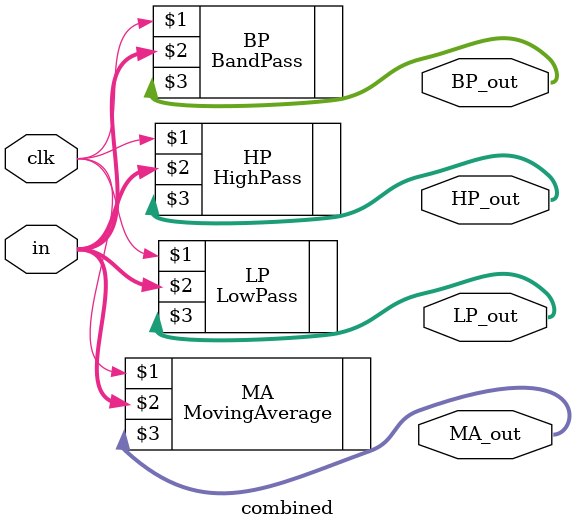
<source format=v>
`timescale 1ns / 1ps


module combined( in , clk, LP_out, HP_out, BP_out, MA_out );

input clk;
input  signed [15:0] in;
output signed [15:0] LP_out;
output signed [15:0] HP_out;
output signed [15:0] BP_out;
output signed [15:0] MA_out;

LowPass LP ( clk, in, LP_out );
HighPass HP ( clk, in, HP_out );
BandPass BP ( clk, in, BP_out );
MovingAverage MA ( clk, in, MA_out );


endmodule

</source>
